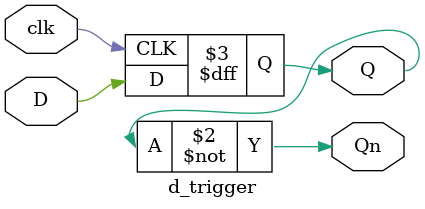
<source format=v>
module d_trigger (
    input  clk,   
    input  D,     
    output reg Q, 
    output Qn   
);
    always @(posedge clk) begin
        Q <= D;
    end

    assign Qn = ~Q;
endmodule

</source>
